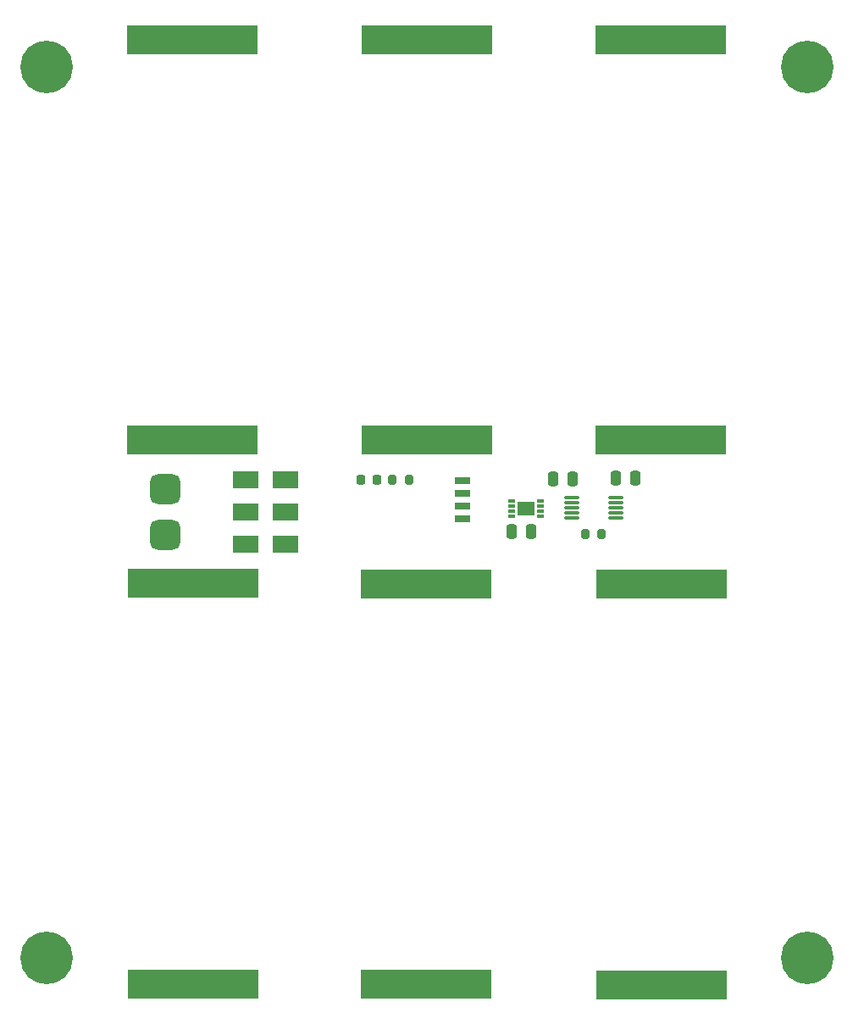
<source format=gbr>
%TF.GenerationSoftware,KiCad,Pcbnew,(6.0.11)*%
%TF.CreationDate,2023-03-22T15:14:06-07:00*%
%TF.ProjectId,solar-panel-NoCutout,736f6c61-722d-4706-916e-656c2d4e6f43,3.0*%
%TF.SameCoordinates,Original*%
%TF.FileFunction,Soldermask,Top*%
%TF.FilePolarity,Negative*%
%FSLAX46Y46*%
G04 Gerber Fmt 4.6, Leading zero omitted, Abs format (unit mm)*
G04 Created by KiCad (PCBNEW (6.0.11)) date 2023-03-22 15:14:06*
%MOMM*%
%LPD*%
G01*
G04 APERTURE LIST*
G04 Aperture macros list*
%AMRoundRect*
0 Rectangle with rounded corners*
0 $1 Rounding radius*
0 $2 $3 $4 $5 $6 $7 $8 $9 X,Y pos of 4 corners*
0 Add a 4 corners polygon primitive as box body*
4,1,4,$2,$3,$4,$5,$6,$7,$8,$9,$2,$3,0*
0 Add four circle primitives for the rounded corners*
1,1,$1+$1,$2,$3*
1,1,$1+$1,$4,$5*
1,1,$1+$1,$6,$7*
1,1,$1+$1,$8,$9*
0 Add four rect primitives between the rounded corners*
20,1,$1+$1,$2,$3,$4,$5,0*
20,1,$1+$1,$4,$5,$6,$7,0*
20,1,$1+$1,$6,$7,$8,$9,0*
20,1,$1+$1,$8,$9,$2,$3,0*%
G04 Aperture macros list end*
%ADD10C,5.250000*%
%ADD11R,0.750000X0.300000*%
%ADD12R,1.750000X1.450000*%
%ADD13R,13.000000X3.000000*%
%ADD14RoundRect,0.750000X0.750000X-0.750000X0.750000X0.750000X-0.750000X0.750000X-0.750000X-0.750000X0*%
%ADD15R,2.500000X1.700000*%
%ADD16RoundRect,0.250000X-0.250000X-0.475000X0.250000X-0.475000X0.250000X0.475000X-0.250000X0.475000X0*%
%ADD17RoundRect,0.250000X0.250000X0.475000X-0.250000X0.475000X-0.250000X-0.475000X0.250000X-0.475000X0*%
%ADD18R,1.600000X0.700000*%
%ADD19RoundRect,0.200000X0.200000X0.275000X-0.200000X0.275000X-0.200000X-0.275000X0.200000X-0.275000X0*%
%ADD20RoundRect,0.218750X-0.218750X-0.256250X0.218750X-0.256250X0.218750X0.256250X-0.218750X0.256250X0*%
%ADD21RoundRect,0.075000X-0.650000X-0.075000X0.650000X-0.075000X0.650000X0.075000X-0.650000X0.075000X0*%
G04 APERTURE END LIST*
D10*
%TO.C,J2*%
X106500000Y-70300000D03*
%TD*%
%TO.C,J3*%
X106500000Y-159300000D03*
%TD*%
%TO.C,J4*%
X182500000Y-70300000D03*
%TD*%
%TO.C,J5*%
X182500000Y-159300000D03*
%TD*%
D11*
%TO.C,U2*%
X155900000Y-115170000D03*
X155900000Y-114670000D03*
X155900000Y-114170000D03*
X155900000Y-113670000D03*
X153000000Y-113670000D03*
X153000000Y-114170000D03*
X153000000Y-114670000D03*
X153000000Y-115170000D03*
D12*
X154450000Y-114420000D03*
%TD*%
D13*
%TO.C,SC5*%
X167860000Y-67570000D03*
X167860000Y-107570000D03*
%TD*%
D14*
%TO.C,TP1*%
X118370000Y-112450000D03*
%TD*%
D15*
%TO.C,D3*%
X126400000Y-118000000D03*
X130400000Y-118000000D03*
%TD*%
D14*
%TO.C,TP2*%
X118360000Y-117050000D03*
%TD*%
D15*
%TO.C,D1*%
X126360000Y-111540000D03*
X130360000Y-111540000D03*
%TD*%
D13*
%TO.C,SC3*%
X144490000Y-67570000D03*
X144490000Y-107570000D03*
%TD*%
%TO.C,SC4*%
X144450000Y-121940000D03*
X144450000Y-161940000D03*
%TD*%
%TO.C,SC2*%
X121120000Y-121920000D03*
X121120000Y-161920000D03*
%TD*%
D15*
%TO.C,D2*%
X126360000Y-114750000D03*
X130360000Y-114750000D03*
%TD*%
D13*
%TO.C,SC6*%
X168000000Y-121970000D03*
X168000000Y-161970000D03*
%TD*%
D16*
%TO.C,C2*%
X153010000Y-116690000D03*
X154910000Y-116690000D03*
%TD*%
D17*
%TO.C,C5*%
X159050000Y-111450000D03*
X157150000Y-111450000D03*
%TD*%
D18*
%TO.C,U1*%
X148075000Y-115430000D03*
X148075000Y-114160000D03*
X148075000Y-112890000D03*
X148075000Y-111620000D03*
%TD*%
D19*
%TO.C,R3*%
X161990000Y-116970000D03*
X160340000Y-116970000D03*
%TD*%
D16*
%TO.C,C3*%
X163410000Y-111380000D03*
X165310000Y-111380000D03*
%TD*%
D20*
%TO.C,D4*%
X137912500Y-111525000D03*
X139487500Y-111525000D03*
%TD*%
D13*
%TO.C,SC1*%
X121090000Y-67570000D03*
X121090000Y-107570000D03*
%TD*%
D19*
%TO.C,R1*%
X142725000Y-111550000D03*
X141075000Y-111550000D03*
%TD*%
D21*
%TO.C,U3*%
X158980000Y-113350000D03*
X158980000Y-113850000D03*
X158980000Y-114350000D03*
X158980000Y-114850000D03*
X158980000Y-115350000D03*
X163380000Y-115350000D03*
X163380000Y-114850000D03*
X163380000Y-114350000D03*
X163380000Y-113850000D03*
X163380000Y-113350000D03*
%TD*%
M02*

</source>
